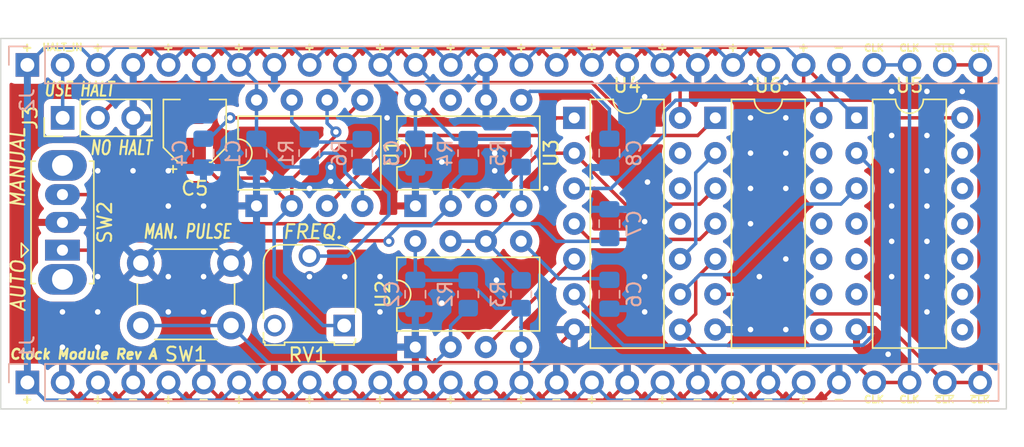
<source format=kicad_pcb>
(kicad_pcb (version 20211014) (generator pcbnew)
  (layers (0 "F.Cu" signal) (31 "B.Cu" signal) (34 "B.Paste" user) (35 "F.Paste" user) (36 "B.SilkS" user "B.Silkscreen") (37 "F.SilkS" user "F.Silkscreen") (38 "B.Mask" user) (39 "F.Mask" user) (44 "Edge.Cuts" user))
  (net 0 "")
  (net 1 "VCC")
  (net 2 "GND")
  (net 3 "Net-(C4-Pad1)")
  (net 4 "Net-(C5-Pad1)")
  (net 5 "Net-(C6-Pad1)")
  (net 6 "Net-(C7-Pad1)")
  (net 7 "Net-(C8-Pad1)")
  (net 8 "Net-(R1-Pad2)")
  (net 9 "Net-(R2-Pad2)")
  (net 10 "Net-(R4-Pad2)")
  (net 11 "Net-(R5-Pad2)")
  (net 12 "Net-(R6-Pad2)")
  (net 13 "/ASTABLE_OUT")
  (net 14 "/MONOSTABLE_OUT")
  (net 15 "/BISTABLE_OUT")
  (net 17 "Net-(U4-Pad3)")
  (net 18 "Net-(U4-Pad4)")
  (net 19 "Net-(U4-Pad6)")
  (net 20 "/CLK")
  (net 21 "Net-(U4-Pad9)")
  (net 22 "Net-(U4-Pad10)")
  (net 35 "/HALT_INPUT")
  (net 36 "/~{CLK}")
  (net 44 "Net-(U6-Pad1)")
  (footprint "Package_DIP:DIP-8_W7.62mm" (layer "F.Cu") (at 96.53 53.33 90)
    (fp_text reference "U3")
    (fp_text value "NE555P" hide)
  )
  (footprint "Package_DIP:DIP-14_W7.62mm" (layer "F.Cu") (at 128.28 46.99)
    (fp_text reference "U5")
    (fp_text value "74LS32" hide)
  )
  (footprint "Potentiometer_THT:Potentiometer_Runtron_RM-065_Vertical" (layer "F.Cu") (at 91.4 61.94 180)
    (fp_text reference "RV1")
    (fp_text value "1M" hide)
  )
  (footprint "Connector_PinHeader_2.54mm:PinHeader_1x03_P2.54mm_Vertical" (layer "F.Cu") (at 71.135 46.99 90)
    (fp_text reference "J3")
    (fp_text value "Conn_01x03")
  )
  (footprint "Capacitor_SMD:CP_Elec_4x5.4" (layer "F.Cu") (at 80.645 47.9298 90)
    (fp_text reference "C5")
    (fp_text value "1u" hide)
  )
  (footprint "Button_Switch_THT:SW_Slide_1P2T_CK_OS102011MS2Q" (layer "F.Cu") (at 71.12 56.515 90)
    (fp_text reference "SW2")
    (fp_text value "SW_SPDT" hide)
  )
  (footprint "Package_DIP:DIP-14_W7.62mm" (layer "F.Cu") (at 118.12 46.99)
    (fp_text reference "U6")
    (fp_text value "74LS04" hide)
  )
  (footprint "Package_DIP:DIP-8_W7.62mm" (layer "F.Cu") (at 85.09 53.33 90)
    (fp_text reference "U1")
    (fp_text value "NE555P" hide)
  )
  (footprint "Button_Switch_THT:SW_PUSH_6mm" (layer "F.Cu") (at 76.76 57.44)
    (fp_text reference "SW1")
    (fp_text value "SW_Push" hide)
  )
  (footprint "Package_DIP:DIP-8_W7.62mm" (layer "F.Cu") (at 96.52 63.49 90)
    (fp_text reference "U2")
    (fp_text value "NE555P" hide)
  )
  (footprint "Package_DIP:DIP-14_W7.62mm" (layer "F.Cu") (at 107.96 46.995)
    (fp_text reference "U4")
    (fp_text value "74LS08" hide)
  )
  (footprint "Resistor_SMD:R_0805_2012Metric_Pad1.20x1.40mm_HandSolder" (layer "B.Cu") (at 92.7 49.53 -90)
    (fp_text reference "R6")
    (fp_text value "1k" hide)
  )
  (footprint "Capacitor_SMD:C_0805_2012Metric_Pad1.18x1.45mm_HandSolder" (layer "B.Cu") (at 110.49 59.69 -90)
    (fp_text reference "C6")
    (fp_text value "10n" hide)
  )
  (footprint "Capacitor_SMD:C_0805_2012Metric_Pad1.18x1.45mm_HandSolder" (layer "B.Cu") (at 81.27 49.53 -90)
    (fp_text reference "C4")
    (fp_text value "10n" hide)
  )
  (footprint "Capacitor_SMD:C_0805_2012Metric_Pad1.18x1.45mm_HandSolder" (layer "B.Cu") (at 85.08 49.53 -90)
    (fp_text reference "C1")
    (fp_text value "100n" hide)
  )
  (footprint "Resistor_SMD:R_0805_2012Metric_Pad1.20x1.40mm_HandSolder" (layer "B.Cu") (at 100.33 49.53 -90)
    (fp_text reference "R4")
    (fp_text value "1k" hide)
  )
  (footprint "Capacitor_SMD:C_0805_2012Metric_Pad1.18x1.45mm_HandSolder" (layer "B.Cu") (at 110.49 49.53 -90)
    (fp_text reference "C8")
    (fp_text value "10n" hide)
  )
  (footprint "Resistor_SMD:R_0805_2012Metric_Pad1.20x1.40mm_HandSolder" (layer "B.Cu") (at 100.33 59.69 -90)
    (fp_text reference "R2")
    (fp_text value "1k" hide)
  )
  (footprint "Capacitor_SMD:C_0805_2012Metric_Pad1.18x1.45mm_HandSolder" (layer "B.Cu") (at 96.52 59.69 -90)
    (fp_text reference "C2")
    (fp_text value "100n" hide)
  )
  (footprint "Resistor_SMD:R_0805_2012Metric_Pad1.20x1.40mm_HandSolder" (layer "B.Cu") (at 104.14 49.53 -90)
    (fp_text reference "R5")
    (fp_text value "1k" hide)
  )
  (footprint "Connector_PinHeader_2.54mm:PinHeader_1x28_P2.54mm_Vertical" (layer "B.Cu") (at 68.595 66.04 -90)
    (fp_text reference "J1")
    (fp_text value "Conn_01x28")
  )
  (footprint "Connector_PinHeader_2.54mm:PinHeader_1x28_P2.54mm_Vertical" (layer "B.Cu") (at 68.595 43.18 -90)
    (fp_text reference "J2")
    (fp_text value "Conn_01x28")
  )
  (footprint "Resistor_SMD:R_0805_2012Metric_Pad1.20x1.40mm_HandSolder" (layer "B.Cu") (at 88.89 49.53 90)
    (fp_text reference "R1")
    (fp_text value "1k" hide)
  )
  (footprint "Resistor_SMD:R_0805_2012Metric_Pad1.20x1.40mm_HandSolder" (layer "B.Cu") (at 104.14 59.69 90)
    (fp_text reference "R3")
    (fp_text value "1M" hide)
  )
  (footprint "Capacitor_SMD:C_0805_2012Metric_Pad1.18x1.45mm_HandSolder" (layer "B.Cu") (at 110.49 54.61 90)
    (fp_text reference "C7")
    (fp_text value "10n" hide)
  )
  (footprint "Capacitor_SMD:C_0805_2012Metric_Pad1.18x1.45mm_HandSolder" (layer "B.Cu") (at 96.52 49.53 -90)
    (fp_text reference "C3")
    (fp_text value "100n" hide)
  )
  (gr_rect (start 66.675 41.275) (end 139.065 67.945) (layer "Edge.Cuts") (width 0.1) (fill none))
  (gr_text "-" (at 127 41.91) (layer "F.SilkS") (effects (font (size 0.6 0.6))))
  (gr_text "~{CLK}" (at 137.16 67.31) (layer "F.SilkS") (effects (font (size 0.4 0.5) (thickness 0.1))))
  (gr_text "-" (at 116.845 67.25) (layer "F.SilkS") (effects (font (size 0.6 0.6))))
  (gr_text "-" (at 111.765 67.25) (layer "F.SilkS") (effects (font (size 0.6 0.6))))
  (gr_text "-" (at 111.76 41.91) (layer "F.SilkS") (effects (font (size 0.6 0.6))))
  (gr_text "USE HALT" (at 72.3138 44.9326) (layer "F.SilkS") (effects (font (size 1 0.7) (thickness 0.15) italic)))
  (gr_text "+" (at 68.58 67.2338) (layer "F.SilkS") (effects (font (size 0.6 0.6))))
  (gr_text "+" (at 124.46 41.91) (layer "F.SilkS") (effects (font (size 0.6 0.6))))
  (gr_text "CLK" (at 129.54 67.2592) (layer "F.SilkS") (effects (font (size 0.5 0.5) (thickness 0.125))))
  (gr_text "+" (at 78.74 41.91) (layer "F.SilkS") (effects (font (size 0.6 0.6))))
  (gr_text "+" (at 109.22 67.2338) (layer "F.SilkS") (effects (font (size 0.6 0.6))))
  (gr_text "~{CLK}" (at 134.62 42.0116) (layer "F.SilkS") (effects (font (size 0.4 0.5) (thickness 0.1))))
  (gr_text "-" (at 86.36 41.91) (layer "F.SilkS") (effects (font (size 0.6 0.6))))
  (gr_text "-" (at 76.2 41.91) (layer "F.SilkS") (effects (font (size 0.6 0.6))))
  (gr_text "+" (at 73.66 41.91) (layer "F.SilkS") (effects (font (size 0.6 0.6))))
  (gr_text "-" (at 96.525 67.25) (layer "F.SilkS") (effects (font (size 0.6 0.6))))
  (gr_text "-" (at 101.605 67.25) (layer "F.SilkS") (effects (font (size 0.6 0.6))))
  (gr_text "CLK" (at 132.08 41.9608) (layer "F.SilkS") (effects (font (size 0.5 0.5) (thickness 0.125))))
  (gr_text "+" (at 93.98 41.91) (layer "F.SilkS") (effects (font (size 0.6 0.6))))
  (gr_text "-" (at 81.285 67.25) (layer "F.SilkS") (effects (font (size 0.6 0.6))))
  (gr_text "-" (at 106.685 67.25) (layer "F.SilkS") (effects (font (size 0.6 0.6))))
  (gr_text "+" (at 119.38 67.2338) (layer "F.SilkS") (effects (font (size 0.6 0.6))))
  (gr_text "-" (at 86.365 67.25) (layer "F.SilkS") (effects (font (size 0.6 0.6))))
  (gr_text "+" (at 104.14 41.91) (layer "F.SilkS") (effects (font (size 0.6 0.6))))
  (gr_text "+" (at 68.58 41.91) (layer "F.SilkS") (effects (font (size 0.6 0.6))))
  (gr_text "-" (at 101.6 41.91) (layer "F.SilkS") (effects (font (size 0.6 0.6))))
  (gr_text "+" (at 88.9 67.2338) (layer "F.SilkS") (effects (font (size 0.6 0.6))))
  (gr_text "-" (at 71.125 67.25) (layer "F.SilkS") (effects (font (size 0.6 0.6))))
  (gr_text "+" (at 99.06 41.91) (layer "F.SilkS") (effects (font (size 0.6 0.6))))
  (gr_text "-" (at 127.005 67.25) (layer "F.SilkS") (effects (font (size 0.6 0.6))))
  (gr_text "-" (at 91.44 41.91) (layer "F.SilkS") (effects (font (size 0.6 0.6))))
  (gr_text "+" (at 83.82 41.91) (layer "F.SilkS") (effects (font (size 0.6 0.6))))
  (gr_text "+" (at 99.06 67.2338) (layer "F.SilkS") (effects (font (size 0.6 0.6))))
  (gr_text "HALT_IN" (at 71.12 41.91) (layer "F.SilkS") (effects (font (size 0.5 0.5) (thickness 0.125))))
  (gr_text "-" (at 76.205 67.25) (layer "F.SilkS") (effects (font (size 0.6 0.6))))
  (gr_text "-" (at 81.28 41.91) (layer "F.SilkS") (effects (font (size 0.6 0.6))))
  (gr_text "+" (at 114.3 67.2338) (layer "F.SilkS") (effects (font (size 0.6 0.6))))
  (gr_text "+" (at 73.66 67.2338) (layer "F.SilkS") (effects (font (size 0.6 0.6))))
  (gr_text "AUTO" (at 67.945 59.055 90) (layer "F.SilkS") (effects (font (size 1 1) (thickness 0.15) italic)))
  (gr_text "+" (at 104.14 67.2338) (layer "F.SilkS") (effects (font (size 0.6 0.6))))
  (gr_text "MANUAL" (at 67.9196 50.5714 90) (layer "F.SilkS") (effects (font (size 1 1) (thickness 0.15) italic)))
  (gr_text "-" (at 91.445 67.25) (layer "F.SilkS") (effects (font (size 0.6 0.6))))
  (gr_text "+" (at 109.22 41.91) (layer "F.SilkS") (effects (font (size 0.6 0.6))))
  (gr_text "+" (at 83.82 67.2338) (layer "F.SilkS") (effects (font (size 0.6 0.6))))
  (gr_text "CLK" (at 129.54 41.9608) (layer "F.SilkS") (effects (font (size 0.5 0.5) (thickness 0.125))))
  (gr_text "+" (at 119.38 41.91) (layer "F.SilkS") (effects (font (size 0.6 0.6))))
  (gr_text "CLK" (at 132.08 67.2592) (layer "F.SilkS") (effects (font (size 0.5 0.5) (thickness 0.125))))
  (gr_text "-" (at 96.52 41.91) (layer "F.SilkS") (effects (font (size 0.6 0.6))))
  (gr_text "Clock Module Rev A" (at 72.644 64.008) (layer "F.SilkS") (effects (font (size 0.7 0.7) (thickness 0.175) italic)))
  (gr_text "-" (at 121.92 41.91) (layer "F.SilkS") (effects (font (size 0.6 0.6))))
  (gr_text "+" (at 124.46 67.2338) (layer "F.SilkS") (effects (font (size 0.6 0.6))))
  (gr_text "-" (at 106.68 41.91) (layer "F.SilkS") (effects (font (size 0.6 0.6))))
  (gr_text "~{CLK}" (at 134.62 67.31) (layer "F.SilkS") (effects (font (size 0.4 0.5) (thickness 0.1))))
  (gr_text "+" (at 78.74 67.2338) (layer "F.SilkS") (effects (font (size 0.6 0.6))))
  (gr_text "MAN. PULSE" (at 80.1 55.175) (layer "F.SilkS") (effects (font (size 1 0.7) (thickness 0.15) italic)))
  (gr_text "+" (at 114.3 41.91) (layer "F.SilkS") (effects (font (size 0.6 0.6))))
  (gr_text "+" (at 93.98 67.2338) (layer "F.SilkS") (effects (font (size 0.6 0.6))))
  (gr_text "-" (at 121.925 67.25) (layer "F.SilkS") (effects (font (size 0.6 0.6))))
  (gr_text "~{CLK}" (at 137.16 42.0116) (layer "F.SilkS") (effects (font (size 0.4 0.5) (thickness 0.1))))
  (gr_text "FREQ." (at 89.1286 55.1942) (layer "F.SilkS") (effects (font (size 1 1) (thickness 0.15) italic)))
  (gr_text "NO HALT" (at 75.3364 49.149) (layer "F.SilkS") (effects (font (size 1 0.7) (thickness 0.15) italic)))
  (gr_text "-" (at 116.84 41.91) (layer "F.SilkS") (effects (font (size 0.6 0.6))))
  (gr_text "+" (at 88.9 41.91) (layer "F.SilkS") (effects (font (size 0.6 0.6))))
  (segment (start 125.74 45.73) (end 124.46 44.45) (width 0.25) (layer "F.Cu") (net 1))
  (segment (start 115.58 46.995) (end 115.58 44.445) (width 0.25) (layer "F.Cu") (net 1))
  (segment (start 115.58 44.445) (end 114.315 43.18) (width 0.25) (layer "F.Cu") (net 1))
  (segment (start 135.9 46.99) (end 130.81 46.99) (width 0.25) (layer "F.Cu") (net 1))
  (segment (start 125.74 46.99) (end 125.74 45.73) (width 0.25) (layer "F.Cu") (net 1))
  (segment (start 124.46 44.45) (end 124.475 44.435) (width 0.25) (layer "F.Cu") (net 1))
  (segment (start 129.54 45.72) (end 127.015 45.72) (width 0.25) (layer "F.Cu") (net 1))
  (segment (start 124.475 44.435) (end 124.475 43.18) (width 0.25) (layer "F.Cu") (net 1))
  (segment (start 130.81 46.99) (end 129.54 45.72) (width 0.25) (layer "F.Cu") (net 1))
  (segment (start 127.015 45.72) (end 124.475 43.18) (width 0.25) (layer "F.Cu") (net 1))
  (segment (start 68.595 43.18) (end 69.865 41.91) (width 0.25) (layer "B.Cu") (net 1))
  (segment (start 92.71 52.152493) (end 92.71 53.33) (width 0.25) (layer "B.Cu") (net 1))
  (segment (start 96.53 45.71) (end 94 43.18) (width 0.25) (layer "B.Cu") (net 1))
  (segment (start 93.995 66.04) (end 95.265 67.31) (width 0.25) (layer "B.Cu") (net 1))
  (segment (start 114.315 66.04) (end 115.585 67.31) (width 0.25) (layer "B.Cu") (net 1))
  (segment (start 85.09 48.4825) (end 85.09 45.71) (width 0.25) (layer "B.Cu") (net 1))
  (segment (start 82.565 67.31) (end 83.835 66.04) (width 0.25) (layer "B.Cu") (net 1))
  (segment (start 99.075 43.18) (end 100.345 41.91) (width 0.25) (layer "B.Cu") (net 1))
  (segment (start 99.075 66.04) (end 100.345 67.31) (width 0.25) (layer "B.Cu") (net 1))
  (segment (start 92.725 67.31) (end 93.995 66.04) (width 0.25) (layer "B.Cu") (net 1))
  (segment (start 100.33 48.53) (end 99.35 48.53) (width 0.25) (layer "B.Cu") (net 1))
  (segment (start 90.805 49.53) (end 91.44 50.165) (width 0.25) (layer "B.Cu") (net 1))
  (segment (start 85.09 45.71) (end 85.09 44.435) (width 0.25) (layer "B.Cu") (net 1))
  (segment (start 93.995 43.18) (end 95.25 41.925) (width 0.25) (layer "B.Cu") (net 1))
  (segment (start 91.44 50.882492) (end 92.71 52.152493) (width 0.25) (layer "B.Cu") (net 1))
  (segment (start 74.945 67.31) (end 77.485 67.31) (width 0.25) (layer "B.Cu") (net 1))
  (segment (start 94 43.18) (end 93.995 43.18) (width 0.25) (layer "B.Cu") (net 1))
  (segment (start 95.265 67.31) (end 97.805 67.31) (width 0.25) (layer "B.Cu") (net 1))
  (segment (start 99.35 48.53) (end 96.53 45.71) (width 0.25) (layer "B.Cu") (net 1))
  (segment (start 109.235 43.18) (end 110.49 41.925) (width 0.25) (layer "B.Cu") (net 1))
  (segment (start 88.915 43.18) (end 90.185 41.91) (width 0.25) (layer "B.Cu") (net 1))
  (segment (start 120.665 41.91) (end 123.205 41.91) (width 0.25) (layer "B.Cu") (net 1))
  (segment (start 88.89 50.53) (end 87.1175 50.53) (width 0.25) (layer "B.Cu") (net 1))
  (segment (start 113.045 67.31) (end 114.315 66.04) (width 0.25) (layer "B.Cu") (net 1))
  (segment (start 102.33 60.69) (end 104.14 60.69) (width 0.25) (layer "B.Cu") (net 1))
  (segment (start 104.14 63.49) (end 104.14 60.69) (width 0.25) (layer "B.Cu") (net 1))
  (segment (start 80.025 67.31) (end 82.565 67.31) (width 0.25) (layer "B.Cu") (net 1))
  (segment (start 104.155 63.505) (end 104.14 63.49) (width 0.25) (layer "B.Cu") (net 1))
  (segment (start 85.105 67.31) (end 87.645 67.31) (width 0.25) (layer "B.Cu") (net 1))
  (segment (start 74.93 41.91) (end 77.485 41.91) (width 0.25) (layer "B.Cu") (net 1))
  (segment (start 80.01 41.91) (end 82.565 41.91) (width 0.25) (layer "B.Cu") (net 1))
  (segment (start 69.865 41.91) (end 72.405 41.91) (width 0.25) (layer "B.Cu") (net 1))
  (segment (start 113.045 41.91) (end 114.315 43.18) (width 0.25) (layer "B.Cu") (net 1))
  (segment (start 96.52 48.4925) (end 96.53 48.4825) (width 0.25) (layer "B.Cu") (net 1))
  (segment (start 72.405 41.91) (end 73.675 43.18) (width 0.25) (layer "B.Cu") (net 1))
  (segment (start 82.565 41.91) (end 83.835 43.18) (width 0.25) (layer "B.Cu") (net 1))
  (segment (start 85.09 41.91) (end 87.645 41.91) (width 0.25) (layer "B.Cu") (net 1))
  (segment (start 100.33 58.69) (end 102.33 60.69) (width 0.25) (layer "B.Cu") (net 1))
  (segment (start 68.595 43.18) (end 68.595 66.04) (width 0.5) (layer "B.Cu") (net 1))
  (segment (start 90.185 41.91) (end 92.725 41.91) (width 0.25) (layer "B.Cu") (net 1))
  (segment (start 102.885 67.31) (end 104.155 66.04) (width 0.25) (layer "B.Cu") (net 1))
  (segment (start 114.315 43.18) (end 115.585 41.91) (width 0.25) (layer "B.Cu") (net 1))
  (segment (start 90.185 67.31) (end 92.725 67.31) (width 0.25) (layer "B.Cu") (net 1))
  (segment (start 96.5575 58.69) (end 96.52 58.6525) (width 0.25) (layer "B.Cu") (net 1))
  (segment (start 85.09 41.925) (end 85.09 41.91) (width 0.25) (layer "B.Cu") (net 1))
  (segment (start 115.585 67.31) (end 118.125 67.31) (width 0.25) (layer "B.Cu") (net 1))
  (segment (start 80.01 41.925) (end 80.01 41.91) (width 0.25) (layer "B.Cu") (net 1))
  (segment (start 109.235 66.04) (end 110.505 67.31) (width 0.25) (layer "B.Cu") (net 1))
  (segment (start 107.965 67.31) (end 109.235 66.04) (width 0.25) (layer "B.Cu") (net 1))
  (segment (start 104.155 43.18) (end 105.425 41.91) (width 0.25) (layer "B.Cu") (net 1))
  (segment (start 118.125 67.31) (end 119.395 66.04) (width 0.25) (layer "B.Cu") (net 1))
  (segment (start 119.395 43.18) (end 120.665 41.91) (width 0.25) (layer "B.Cu") (net 1))
  (segment (start 105.425 41.91) (end 107.965 41.91) (width 0.25) (layer "B.Cu") (net 1))
  (segment (start 73.675 43.18) (end 74.93 41.925) (width 0.25) (layer "B.Cu") (net 1))
  (segment (start 123.205 67.31) (end 124.475 66.04) (width 0.25) (layer "B.Cu") (net 1))
  (segment (start 110.505 67.31) (end 113.045 67.31) (width 0.25) (layer "B.Cu") (net 1))
  (segment (start 68.595 66.04) (end 69.865 67.31) (width 0.25) (layer "B.Cu") (net 1))
  (segment (start 97.805 67.31) (end 99.075 66.04) (width 0.25) (layer "B.Cu") (net 1))
  (segment (start 104.155 66.04) (end 105.425 67.31) (width 0.25) (layer "B.Cu") (net 1))
  (segment (start 77.485 41.91) (end 78.755 43.18) (width 0.25) (layer "B.Cu") (net 1))
  (segment (start 102.885 41.91) (end 104.155 43.18) (width 0.25) (layer "B.Cu") (net 1))
  (segment (start 95.25 41.91) (end 97.805 41.91) (width 0.25) (layer "B.Cu") (net 1))
  (segment (start 118.125 41.91) (end 119.395 43.18) (width 0.25) (layer "B.Cu") (net 1))
  (segment (start 74.93 41.925) (end 74.93 41.91) (width 0.25) (layer "B.Cu") (net 1))
  (segment (start 107.965 41.91) (end 109.235 43.18) (width 0.25) (layer "B.Cu") (net 1))
  (segment (start 92.725 41.91) (end 93.995 43.18) (width 0.25) (layer "B.Cu") (net 1))
  (segment (start 100.345 67.31) (end 102.885 67.31) (width 0.25) (layer "B.Cu") (net 1))
  (segment (start 120.665 67.31) (end 123.205 67.31) (width 0.25) (layer "B.Cu") (net 1))
  (segment (start 88.89 50.53) (end 89.89 49.53) (width 0.25) (layer "B.Cu") (net 1))
  (segment (start 97.805 41.91) (end 99.075 43.18) (width 0.25) (layer "B.Cu") (net 1))
  (segment (start 110.49 41.91) (end 113.045 41.91) (width 0.25) (layer "B.Cu") (net 1))
  (segment (start 77.485 67.31) (end 78.755 66.04) (width 0.25) (layer "B.Cu") (net 1))
  (segment (start 123.205 41.91) (end 124.475 43.18) (width 0.25) (layer "B.Cu") (net 1))
  (segment (start 85.08 48.4925) (end 85.09 48.4825) (width 0.25) (layer "B.Cu") (net 1))
  (segment (start 69.865 67.31) (end 72.405 67.31) (width 0.25) (layer "B.Cu") (net 1))
  (segment (start 104.14 48.53) (end 100.33 48.53) (width 0.25) (layer "B.Cu") (net 1))
  (segment (start 104.155 66.04) (end 104.155 63.505) (width 0.25) (layer "B.Cu") (net 1))
  (segment (start 119.395 66.04) (end 120.665 67.31) (width 0.25) (layer "B.Cu") (net 1))
  (segment (start 78.755 43.18) (end 80.01 41.925) (width 0.25) (layer "B.Cu") (net 1))
  (segment (start 100.33 58.69) (end 96.5575 58.69) (width 0.25) (layer "B.Cu") (net 1))
  (segment (start 100.345 41.91) (end 102.885 41.91) (width 0.25) (layer "B.Cu") (net 1))
  (segment (start 87.645 41.91) (end 88.915 43.18) (width 0.25) (layer "B.Cu") (net 1))
  (segment (start 91.44 50.165) (end 91.44 50.882492) (width 0.25) (layer "B.Cu") (net 1))
  (segment (start 105.425 67.31) (end 107.965 67.31) (width 0.25) (layer "B.Cu") (net 1))
  (segment (start 78.755 66.04) (end 80.025 67.31) (width 0.25) (layer "B.Cu") (net 1))
  (segment (start 95.25 41.925) (end 95.25 41.91) (width 0.25) (layer "B.Cu") (net 1))
  (segment (start 88.915 66.04) (end 90.185 67.31) (width 0.25) (layer "B.Cu") (net 1))
  (segment (start 72.405 67.31) (end 73.675 66.04) (width 0.25) (layer "B.Cu") (net 1))
  (segment (start 87.1175 50.53) (end 85.08 48.4925) (width 0.25) (layer "B.Cu") (net 1))
  (segment (start 83.835 66.04) (end 85.105 67.31) (width 0.25) (layer "B.Cu") (net 1))
  (segment (start 83.835 43.18) (end 85.09 41.925) (width 0.25) (layer "B.Cu") (net 1))
  (segment (start 110.49 41.925) (end 110.49 41.91) (width 0.25) (layer "B.Cu") (net 1))
  (segment (start 85.09 44.435) (end 83.835 43.18) (width 0.25) (layer "B.Cu") (net 1))
  (segment (start 96.53 48.4825) (end 96.53 45.71) (width 0.25) (layer "B.Cu") (net 1))
  (segment (start 73.675 66.04) (end 74.945 67.31) (width 0.25) (layer "B.Cu") (net 1))
  (segment (start 87.645 67.31) (end 88.915 66.04) (width 0.25) (layer "B.Cu") (net 1))
  (segment (start 115.585 41.91) (end 118.125 41.91) (width 0.25) (layer "B.Cu") (net 1))
  (segment (start 96.52 55.87) (end 96.52 58.6525) (width 0.25) (layer "B.Cu") (net 1))
  (segment (start 89.89 49.53) (end 90.805 49.53) (width 0.25) (layer "B.Cu") (net 1))
  (segment (start 123.19 67.31) (end 123.19 67.295) (width 0.25) (layer "F.Cu") (net 2))
  (segment (start 105.520489 42.005489) (end 102.789511 42.005489) (width 0.25) (layer "F.Cu") (net 2))
  (segment (start 125.745 67.31) (end 123.19 67.31) (width 0.25) (layer "F.Cu") (net 2))
  (segment (start 120.665 41.91) (end 121.935 43.18) (width 0.25) (layer "F.Cu") (net 2))
  (segment (start 106.695 43.18) (end 105.520489 42.005489) (width 0.25) (layer "F.Cu") (net 2))
  (segment (start 116.855 43.18) (end 118.11 41.925) (width 0.25) (layer "F.Cu") (net 2))
  (segment (start 86.375 66.04) (end 85.105 67.31) (width 0.25) (layer "F.Cu") (net 2))
  (segment (start 96.535 66.04) (end 95.265 67.31) (width 0.25) (layer "F.Cu") (net 2))
  (segment (start 111.775 66.04) (end 110.505 67.31) (width 0.25) (layer "F.Cu") (net 2))
  (segment (start 107.965 67.31) (end 106.695 66.04) (width 0.25) (layer "F.Cu") (net 2))
  (segment (start 121.935 66.04) (end 120.665 67.31) (width 0.25) (layer "F.Cu") (net 2))
  (segment (start 82.469511 42.005489) (end 81.295 43.18) (width 0.25) (layer "F.Cu") (net 2))
  (segment (start 87.63 67.295) (end 86.375 66.04) (width 0.25) (layer "F.Cu") (net 2))
  (segment (start 91.455 43.18) (end 92.629511 42.005489) (width 0.25) (layer "F.Cu") (net 2))
  (segment (start 102.789511 42.005489) (end 101.615 43.18) (width 0.25) (layer "F.Cu") (net 2))
  (segment (start 105.580489 64.614511) (end 107.96 62.235) (width 0.25) (layer "F.Cu") (net 2))
  (segment (start 111.775 43.18) (end 112.949511 42.005489) (width 0.25) (layer "F.Cu") (net 2))
  (segment (start 105.425 67.31) (end 102.885 67.31) (width 0.25) (layer "F.Cu") (net 2))
  (segment (start 85.105 67.31) (end 82.565 67.31) (width 0.25) (layer "F.Cu") (net 2))
  (segment (start 118.11 41.91) (end 120.665 41.91) (width 0.25) (layer "F.Cu") (net 2))
  (segment (start 74.945 67.31) (end 72.39 67.31) (width 0.25) (layer "F.Cu") (net 2))
  (segment (start 72.39 67.295) (end 71.135 66.04) (width 0.25) (layer "F.Cu") (net 2))
  (segment (start 76.215 66.04) (end 74.945 67.31) (width 0.25) (layer "F.Cu") (net 2))
  (segment (start 95.360489 42.005489) (end 96.535 43.18) (width 0.25) (layer "F.Cu") (net 2))
  (segment (start 120.665 67.31) (end 118.125 67.31) (width 0.25) (layer "F.Cu") (net 2))
  (segment (start 106.695 66.04) (end 105.425 67.31) (width 0.25) (layer "F.Cu") (net 2))
  (segment (start 81.295 66.04) (end 80.025 67.31) (width 0.25) (layer "F.Cu") (net 2))
  (segment (start 86.375 43.18) (end 85.200489 42.005489) (width 0.25) (layer "F.Cu") (net 2))
  (segment (start 96.52 63.49) (end 97.644511 64.614511) (width 0.25) (layer "F.Cu") (net 2))
  (segment (start 110.505 67.31) (end 107.965 67.31) (width 0.25) (layer "F.Cu") (net 2))
  (segment (start 91.455 66.04) (end 90.185 67.31) (width 0.25) (layer "F.Cu") (net 2))
  (segment (start 90.185 67.31) (end 87.63 67.31) (width 0.25) (layer "F.Cu") (net 2))
  (segment (start 111.775 43.18) (end 110.600489 42.005489) (width 0.25) (layer "F.Cu") (net 2))
  (segment (start 115.585 67.31) (end 113.045 67.31) (width 0.25) (layer "F.Cu") (net 2))
  (segment (start 90.280489 42.005489) (end 87.549511 42.005489) (width 0.25) (layer "F.Cu") (net 2))
  (segment (start 116.855 66.04) (end 115.585 67.31) (width 0.25) (layer "F.Cu") (net 2))
  (segment (start 107.869511 42.005489) (end 106.695 43.18) (width 0.25) (layer "F.Cu") (net 2))
  (segment (start 77.485 67.31) (end 76.215 66.04) (width 0.25) (layer "F.Cu") (net 2))
  (segment (start 82.565 67.31) (end 81.295 66.04) (width 0.25) (layer "F.Cu") (net 2))
  (segment (start 97.644511 64.614511) (end 105.580489 64.614511) (width 0.25) (layer "F.Cu") (net 2))
  (segment (start 76.215 43.18) (end 77.389511 42.005489) (width 0.25) (layer "F.Cu") (net 2))
  (segment (start 77.389511 42.005489) (end 80.120489 42.005489) (width 0.25) (layer "F.Cu") (net 2))
  (segment (start 92.629511 42.005489) (end 95.360489 42.005489) (width 0.25) (layer "F.Cu") (net 2))
  (segment (start 100.345 67.31) (end 97.805 67.31) (width 0.25) (layer "F.Cu") (net 2))
  (segment (start 101.615 66.04) (end 100.345 67.31) (width 0.25) (layer "F.Cu") (net 2))
  (segment (start 72.39 67.31) (end 72.39 67.295) (width 0.25) (layer "F.Cu") (net 2))
  (segment (start 87.549511 42.005489) (end 86.375 43.18) (width 0.25) (layer "F.Cu") (net 2))
  (segment (start 123.19 67.295) (end 121.935 66.04) (width 0.25) (layer "F.Cu") (net 2))
  (segment (start 92.725 67.31) (end 91.455 66.04) (width 0.25) (layer "F.Cu") (net 2))
  (segment (start 85.200489 42.005489) (end 82.469511 42.005489) (width 0.25) (layer "F.Cu") (net 2))
  (segment (start 101.615 43.18) (end 100.440489 42.005489) (width 0.25) (layer "F.Cu") (net 2))
  (segment (start 115.680489 42.005489) (end 116.855 43.18) (width 0.25) (layer "F.Cu") (net 2))
  (segment (start 100.440489 42.005489) (end 97.709511 42.005489) (width 0.25) (layer "F.Cu") (net 2))
  (segment (start 95.265 67.31) (end 92.725 67.31) (width 0.25) (layer "F.Cu") (net 2))
  (segment (start 97.805 67.31) (end 96.535 66.04) (width 0.25) (layer "F.Cu") (net 2))
  (segment (start 113.045 67.31) (end 111.775 66.04) (width 0.25) (layer "F.Cu") (net 2))
  (segment (start 110.600489 42.005489) (end 107.869511 42.005489) (width 0.25) (layer "F.Cu") (net 2))
  (segment (start 87.63 67.31) (end 87.63 67.295) (width 0.25) (layer "F.Cu") (net 2))
  (segment (start 80.120489 42.005489) (end 81.295 43.18) (width 0.25) (layer "F.Cu") (net 2))
  (segment (start 112.949511 42.005489) (end 115.680489 42.005489) (width 0.25) (layer "F.Cu") (net 2))
  (segment (start 102.885 67.31) (end 101.615 66.04) (width 0.25) (layer "F.Cu") (net 2))
  (segment (start 118.125 67.31) (end 116.855 66.04) (width 0.25) (layer "F.Cu") (net 2))
  (segment (start 91.455 43.18) (end 90.280489 42.005489) (width 0.25) (layer "F.Cu") (net 2))
  (segment (start 80.025 67.31) (end 77.485 67.31) (width 0.25) (layer "F.Cu") (net 2))
  (segment (start 118.11 41.925) (end 118.11 41.91) (width 0.25) (layer "F.Cu") (net 2))
  (segment (start 97.709511 42.005489) (end 96.535 43.18) (width 0.25) (layer "F.Cu") (net 2))
  (segment (start 127.015 66.04) (end 125.745 67.31) (width 0.25) (layer "F.Cu") (net 2))
  (via (at 130.81 58.42) (size 0.8) (drill 0.4) (layers "F.Cu" "B.Cu") (net 2))
  (via (at 130.81 48.26) (size 0.8) (drill 0.4) (layers "F.Cu" "B.Cu") (net 2))
  (via (at 113.2332 51.6128) (size 0.8) (drill 0.4) (layers "F.Cu" "B.Cu") (net 2))
  (via (at 94.488 46.99) (size 0.8) (drill 0.4) (layers "F.Cu" "B.Cu") (net 2))
  (via (at 113.03 45.466) (size 0.8) (drill 0.4) (layers "F.Cu" "B.Cu") (net 2))
  (via (at 120.65 52.07) (size 0.8) (drill 0.4) (layers "F.Cu" "B.Cu") (net 2))
  (via (at 90.424 50.546) (size 0.8) (drill 0.4) (layers "F.Cu" "B.Cu") (net 2))
  (via (at 88.9 58.42) (size 0.8) (drill 0.4) (layers "F.Cu" "B.Cu") (net 2))
  (via (at 102.362 58.674) (size 0.8) (drill 0.4) (layers "F.Cu" "B.Cu") (net 2))
  (via (at 102.235 50.8) (size 0.8) (drill 0.4) (layers "F.Cu" "B.Cu") (net 2))
  (via (at 93.98 60.96) (size 0.8) (drill 0.4) (layers "F.Cu" "B.Cu") (net 2))
  (via (at 102.235 49.53) (size 0.8) (drill 0.4) (layers "F.Cu" "B.Cu") (net 2))
  (via (at 105.918 52.07) (size 0.8) (drill 0.4) (layers "F.Cu" "B.Cu") (net 2))
  (via (at 133.35 58.42) (size 0.8) (drill 0.4) (layers "F.Cu" "B.Cu") (net 2))
  (via (at 71.12 60.96) (size 0.8) (drill 0.4) (layers "F.Cu" "B.Cu") (net 2))
  (via (at 81.28 53.34) (size 0.8) (drill 0.4) (layers "F.Cu" "B.Cu") (net 2))
  (via (at 81.28 60.96) (size 0.8) (drill 0.4) (layers "F.Cu" "B.Cu") (net 2))
  (via (at 121.285 58.42) (size 0.8) (drill 0.4) (layers "F.Cu" "B.Cu") (net 2))
  (via (at 78.74 53.34) (size 0.8) (drill 0.4) (layers "F.Cu" "B.Cu") (net 2))
  (via (at 130.81 53.34) (size 0.8) (drill 0.4) (layers "F.Cu" "B.Cu") (net 2))
  (via (at 71.12 63.5) (size 0.8) (drill 0.4) (layers "F.Cu" "B.Cu") (net 2))
  (via (at 78.74 58.42) (size 0.8) (drill 0.4) (layers "F.Cu" "B.Cu") (net 2))
  (via (at 130.81 45.085) (size 0.8) (drill 0.4) (layers "F.Cu" "B.Cu") (net 2))
  (via (at 123.19 46.99) (size 0.8) (drill 0.4) (layers "F.Cu" "B.Cu") (net 2))
  (via (at 90.424 51.562) (size 0.8) (drill 0.4) (layers "F.Cu" "B.Cu") (net 2))
  (via (at 120.65 44.45) (size 0.8) (drill 0.4) (layers "F.Cu" "B.Cu") (net 2))
  (via (at 120.65 54.61) (size 0.8) (drill 0.4) (layers "F.Cu" "B.Cu") (net 2))
  (via (at 133.35 55.88) (size 0.8) (drill 0.4) (layers "F.Cu" "B.Cu") (net 2))
  (via (at 113.03 54.4576) (size 0.8) (drill 0.4) (layers "F.Cu" "B.Cu") (net 2))
  (via (at 120.65 62.23) (size 0.8) (drill 0.4) (layers "F.Cu" "B.Cu") (net 2))
  (via (at 93.98 58.42) (size 0.8) (drill 0.4) (layers "F.Cu" "B.Cu") (net 2))
  (via (at 76.2 50.8) (size 0.8) (drill 0.4) (layers "F.Cu" "B.Cu") (net 2))
  (via (at 133.35 45.085) (size 0.8) (drill 0.4) (layers "F.Cu" "B.Cu") (net 2))
  (via (at 78.74 60.96) (size 0.8) (drill 0.4) (layers "F.Cu" "B.Cu") (net 2))
  (via (at 133.35 60.96) (size 0.8) (drill 0.4) (layers "F.Cu" "B.Cu") (net 2))
  (via (at 113.03 60.96) (size 0.8) (drill 0.4) (layers "F.Cu" "B.Cu") (net 2))
  (via (at 73.66 63.5) (size 0.8) (drill 0.4) (layers "F.Cu" "B.Cu") (net 2))
  (via (at 133.35 50.8) (size 0.8) (drill 0.4) (layers "F.Cu" "B.Cu") (net 2))
  (via (at 123.19 62.23) (size 0.8) (drill 0.4) (layers "F.Cu" "B.Cu") (net 2))
  (via (at 91.44 58.42) (size 0.8) (drill 0.4) (layers "F.Cu" "B.Cu") (net 2))
  (via (at 113.03 58.42) (size 0.8) (drill 0.4) (layers "F.Cu" "B.Cu") (net 2))
  (via (at 73.66 50.8) (size 0.8) (drill 0.4) (layers "F.Cu" "B.Cu") (net 2))
  (via (at 123.19 52.07) (size 0.8) (drill 0.4) (layers "F.Cu" "B.Cu") (net 2))
  (via (at 133.35 48.26) (size 0.8) (drill 0.4) (layers "F.Cu" "B.Cu") (net 2))
  (via (at 81.28 58.42) (size 0.8) (drill 0.4) (layers "F.Cu" "B.Cu") (net 2))
  (via (at 123.19 57.15) (size 0.8) (drill 0.4) (layers "F.Cu" "B.Cu") (net 2))
  (via (at 98.425 50.165) (size 0.8) (drill 0.4) (layers "F.Cu" "B.Cu") (net 2))
  (via (at 130.81 50.8) (size 0.8) (drill 0.4) (layers "F.Cu" "B.Cu") (net 2))
  (via (at 98.425 60.325) (size 0.8) (drill 0.4) (layers "F.Cu" "B.Cu") (net 2))
  (via (at 123.19 44.45) (size 0.8) (drill 0.4) (layers "F.Cu" "B.Cu") (net 2))
  (via (at 130.556 64.008) (size 0.8) (drill 0.4) (layers "F.Cu" "B.Cu") (net 2))
  (via (at 78.74 50.8) (size 0.8) (drill 0.4) (layers "F.Cu" "B.Cu") (net 2))
  (via (at 120.65 49.53) (size 0.8) (drill 0.4) (layers "F.Cu" "B.Cu") (net 2))
  (via (at 123.19 49.53) (size 0.8) (drill 0.4) (layers "F.Cu" "B.Cu") (net 2))
  (via (at 120.65 46.99) (size 0.8) (drill 0.4) (layers "F.Cu" "B.Cu") (net 2))
  (via (at 73.66 58.42) (size 0.8) (drill 0.4) (layers "F.Cu" "B.Cu") (net 2))
  (via (at 88.9 52.07) (size 0.8) (drill 0.4) (layers "F.Cu" "B.Cu") (net 2))
  (via (at 130.81 55.88) (size 0.8) (drill 0.4) (layers "F.Cu" "B.Cu") (net 2))
  (via (at 133.35 53.34) (size 0.8) (drill 0.4) (layers "F.Cu" "B.Cu") (net 2))
  (via (at 135.89 45.085) (size 0.8) (drill 0.4) (layers "F.Cu" "B.Cu") (net 2))
  (via (at 73.66 60.96) (size 0.8) (drill 0.4) (layers "F.Cu" "B.Cu") (net 2))
  (segment (start 110.49 50.5675) (end 111.775 49.2825) (width 0.25) (layer "B.Cu") (net 2))
  (segment (start 96.535 43.18) (end 97.805 44.45) (width 0.25) (layer "B.Cu") (net 2))
  (segment (start 97.805 44.45) (end 100.345 44.45) (width 0.25) (layer "B.Cu") (net 2))
  (segment (start 100.345 44.45) (end 101.615 43.18) (width 0.25) (layer "B.Cu") (net 2))
  (segment (start 111.775 49.2825) (end 111.775 43.18) (width 0.25) (layer "B.Cu") (net 2))
  (segment (start 91.43 46.99) (end 92.71 45.71) (width 0.25) (layer "F.Cu") (net 3))
  (segment (start 83.185 46.99) (end 91.43 46.99) (width 0.25) (layer "F.Cu") (net 3))
  (via (at 83.185 46.99) (size 0.8) (drill 0.4) (layers "F.Cu" "B.Cu") (net 3))
  (segment (start 81.6825 48.4925) (end 83.185 46.99) (width 0.25) (layer "B.Cu") (net 3))
  (segment (start 80.645 49.7298) (end 82.2452 51.33) (width 0.25) (layer "F.Cu") (net 4))
  (segment (start 85.63 51.33) (end 87.63 53.33) (width 0.25) (layer "F.Cu") (net 4))
  (segment (start 90.805 48.006) (end 90.805 48.26) (width 0.25) (layer "F.Cu") (net 4))
  (segment (start 82.2452 51.33) (end 85.63 51.33) (width 0.25) (layer "F.Cu") (net 4))
  (segment (start 90.805 48.26) (end 87.63 51.435) (width 0.25) (layer "F.Cu") (net 4))
  (segment (start 87.63 51.435) (end 87.63 53.33) (width 0.25) (layer "F.Cu") (net 4))
  (via (at 90.805 48.006) (size 0.8) (drill 0.4) (layers "F.Cu" "B.Cu") (net 4))
  (segment (start 89.88 61.94) (end 86.36 58.42) (width 0.25) (layer "B.Cu") (net 4))
  (segment (start 86.36 54.6) (end 87.63 53.33) (width 0.25) (layer "B.Cu") (net 4))
  (segment (start 91.4 61.94) (end 89.88 61.94) (width 0.25) (layer "B.Cu") (net 4))
  (segment (start 86.36 58.42) (end 86.36 54.6) (width 0.25) (layer "B.Cu") (net 4))
  (segment (start 90.17 45.71) (end 90.17 46.99) (width 0.25) (layer "B.Cu") (net 4))
  (segment (start 90.17 46.99) (end 90.17 47.371) (width 0.25) (layer "B.Cu") (net 4))
  (segment (start 90.17 47.371) (end 90.805 48.006) (width 0.25) (layer "B.Cu") (net 4))
  (segment (start 110.402989 58.565489) (end 106.835489 58.565489) (width 0.25) (layer "B.Cu") (net 5))
  (segment (start 106.835489 58.565489) (end 104.14 55.87) (width 0.25) (layer "B.Cu") (net 5))
  (segment (start 110.49 58.6525) (end 110.402989 58.565489) (width 0.25) (layer "B.Cu") (net 5))
  (segment (start 102.86 54.61) (end 101.6 55.87) (width 0.25) (layer "B.Cu") (net 6))
  (segment (start 110.2575 55.88) (end 110.49 55.6475) (width 0.25) (layer "B.Cu") (net 6))
  (segment (start 106.68 55.88) (end 110.2575 55.88) (width 0.25) (layer "B.Cu") (net 6))
  (segment (start 99.06 55.87) (end 101.6 55.87) (width 0.25) (layer "B.Cu") (net 6))
  (segment (start 101.6 55.87) (end 104.14 58.41) (width 0.25) (layer "B.Cu") (net 6))
  (segment (start 105.41 54.61) (end 106.68 55.88) (width 0.25) (layer "B.Cu") (net 6))
  (segment (start 102.86 54.61) (end 105.41 54.61) (width 0.25) (layer "B.Cu") (net 6))
  (segment (start 104.14 58.41) (end 104.14 58.69) (width 0.25) (layer "B.Cu") (net 6))
  (segment (start 104.15 45.71) (end 104.775 45.085) (width 0.25) (layer "B.Cu") (net 7))
  (segment (start 109.22 45.085) (end 110.49 46.355) (width 0.25) (layer "B.Cu") (net 7))
  (segment (start 110.49 46.355) (end 110.49 48.4925) (width 0.25) (layer "B.Cu") (net 7))
  (segment (start 104.775 45.085) (end 109.22 45.085) (width 0.25) (layer "B.Cu") (net 7))
  (segment (start 92.499489 48.730511) (end 92.7 48.53) (width 0.25) (layer "B.Cu") (net 8))
  (segment (start 88.89 48.53) (end 87.63 47.27) (width 0.25) (layer "B.Cu") (net 8))
  (segment (start 87.63 47.27) (end 87.63 45.71) (width 0.25) (layer "B.Cu") (net 8))
  (segment (start 89.090511 48.730511) (end 92.499489 48.730511) (width 0.25) (layer "B.Cu") (net 8))
  (segment (start 88.89 48.53) (end 89.090511 48.730511) (width 0.25) (layer "B.Cu") (net 8))
  (segment (start 76.76 61.94) (end 83.26 61.94) (width 0.25) (layer "B.Cu") (net 9))
  (segment (start 99.06 63.49) (end 97.935489 64.614511) (width 0.25) (layer "B.Cu") (net 9))
  (segment (start 85.934511 64.614511) (end 83.26 61.94) (width 0.25) (layer "B.Cu") (net 9))
  (segment (start 97.935489 64.614511) (end 85.934511 64.614511) (width 0.25) (layer "B.Cu") (net 9))
  (segment (start 99.06 61.96) (end 100.33 60.69) (width 0.25) (layer "B.Cu") (net 9))
  (segment (start 99.06 63.49) (end 99.06 61.96) (width 0.25) (layer "B.Cu") (net 9))
  (segment (start 94.575489 55.840489) (end 74.334511 55.840489) (width 0.25) (layer "F.Cu") (net 10))
  (segment (start 73.66 56.515) (end 71.12 56.515) (width 0.25) (layer "F.Cu") (net 10))
  (segment (start 94.615 55.88) (end 94.575489 55.840489) (width 0.25) (layer "F.Cu") (net 10))
  (segment (start 74.334511 55.840489) (end 73.66 56.515) (width 0.25) (layer "F.Cu") (net 10))
  (via (at 94.615 55.88) (size 0.8) (drill 0.4) (layers "F.Cu" "B.Cu") (net 10))
  (segment (start 95.385489 54.745489) (end 94.615 55.515978) (width 0.25) (layer "B.Cu") (net 10))
  (segment (start 95.385489 54.745489) (end 97.654511 54.745489) (width 0.25) (layer "B.Cu") (net 10))
  (segment (start 94.615 55.515978) (end 94.615 55.88) (width 0.25) (layer "B.Cu") (net 10))
  (segment (start 100.33 50.53) (end 99.07 51.79) (width 0.25) (layer "B.Cu") (net 10))
  (segment (start 99.07 51.79) (end 99.07 53.33) (width 0.25) (layer "B.Cu") (net 10))
  (segment (start 97.654511 54.745489) (end 99.07 53.33) (width 0.25) (layer "B.Cu") (net 10))
  (segment (start 71.12 52.515) (end 74.74 52.515) (width 0.25) (layer "F.Cu") (net 11))
  (segment (start 102.87 54.61) (end 76.835 54.61) (width 0.25) (layer "F.Cu") (net 11))
  (segment (start 74.74 52.515) (end 76.835 54.61) (width 0.25) (layer "F.Cu") (net 11))
  (segment (start 102.87 54.61) (end 104.15 53.33) (width 0.25) (layer "F.Cu") (net 11))
  (segment (start 104.14 50.53) (end 104.15 50.54) (width 0.25) (layer "B.Cu") (net 11))
  (segment (start 104.15 50.54) (end 104.15 53.33) (width 0.25) (layer "B.Cu") (net 11))
  (segment (start 94.615 52.445) (end 92.7 50.53) (width 0.25) (layer "B.Cu") (net 12))
  (segment (start 91.65 56.94) (end 94.615 53.975) (width 0.25) (layer "B.Cu") (net 12))
  (segment (start 88.9 56.94) (end 91.65 56.94) (width 0.25) (layer "B.Cu") (net 12))
  (segment (start 94.615 53.975) (end 94.615 52.445) (width 0.25) (layer "B.Cu") (net 12))
  (segment (start 95.24 48.26) (end 105.41 48.26) (width 0.25) (layer "F.Cu") (net 13))
  (segment (start 106.675 46.995) (end 107.96 46.995) (width 0.25) (layer "F.Cu") (net 13))
  (segment (start 90.17 53.33) (end 95.24 48.26) (width 0.25) (layer "F.Cu") (net 13))
  (segment (start 105.41 48.26) (end 106.675 46.995) (width 0.25) (layer "F.Cu") (net 13))
  (segment (start 107.935 57.155) (end 107.96 57.155) (width 0.25) (layer "F.Cu") (net 14))
  (segment (start 101.6 63.49) (end 107.935 57.155) (width 0.25) (layer "F.Cu") (net 14))
  (segment (start 116.990489 53.199511) (end 118.12 52.07) (width 0.25) (layer "F.Cu") (net 15))
  (segment (start 111.624511 53.199511) (end 116.990489 53.199511) (width 0.25) (layer "F.Cu") (net 15))
  (segment (start 101.61 53.33) (end 105.405 49.535) (width 0.25) (layer "F.Cu") (net 15))
  (segment (start 107.96 49.535) (end 111.624511 53.199511) (width 0.25) (layer "F.Cu") (net 15))
  (segment (start 105.405 49.535) (end 107.96 49.535) (width 0.25) (layer "F.Cu") (net 15))
  (segment (start 127.01 45.72) (end 128.28 46.99) (width 0.25) (layer "B.Cu") (net 17))
  (segment (start 114.455489 46.529211) (end 115.2647 45.72) (width 0.25) (layer "B.Cu") (net 17))
  (segment (start 110.607493 52.075) (end 114.455489 48.227004) (width 0.25) (layer "B.Cu") (net 17))
  (segment (start 115.2647 45.72) (end 127.01 45.72) (width 0.25) (layer "B.Cu") (net 17))
  (segment (start 114.455489 48.227004) (end 114.455489 46.529211) (width 0.25) (layer "B.Cu") (net 17))
  (segment (start 107.96 52.075) (end 110.607493 52.075) (width 0.25) (layer "B.Cu") (net 17))
  (segment (start 116.990489 55.739511) (end 118.12 54.61) (width 0.25) (layer "F.Cu") (net 18))
  (segment (start 107.96 54.615) (end 109.084511 55.739511) (width 0.25) (layer "F.Cu") (net 18))
  (segment (start 109.084511 55.739511) (end 116.990489 55.739511) (width 0.25) (layer "F.Cu") (net 18))
  (segment (start 107.96 59.822493) (end 111.497018 63.359511) (width 0.25) (layer "B.Cu") (net 19))
  (segment (start 129.404511 62.695789) (end 129.404511 50.654511) (width 0.25) (layer "B.Cu") (net 19))
  (segment (start 128.740789 63.359511) (end 129.404511 62.695789) (width 0.25) (layer "B.Cu") (net 19))
  (segment (start 129.404511 50.654511) (end 128.28 49.53) (width 0.25) (layer "B.Cu") (net 19))
  (segment (start 107.96 59.695) (end 107.96 59.822493) (width 0.25) (layer "B.Cu") (net 19))
  (segment (start 111.497018 63.359511) (end 128.740789 63.359511) (width 0.25) (layer "B.Cu") (net 19))
  (segment (start 116.704511 58.565489) (end 118.12 57.15) (width 0.25) (layer "F.Cu") (net 20))
  (segment (start 115.58 62.235) (end 117.48 64.135) (width 0.25) (layer "F.Cu") (net 20))
  (segment (start 116.704511 61.110489) (end 116.704511 58.565489) (width 0.25) (layer "F.Cu") (net 20))
  (segment (start 115.58 62.235) (end 116.704511 61.110489) (width 0.25) (layer "F.Cu") (net 20))
  (segment (start 129.555 66.04) (end 132.095 66.04) (width 0.25) (layer "F.Cu") (net 20))
  (segment (start 127.65 64.135) (end 129.555 66.04) (width 0.25) (layer "F.Cu") (net 20))
  (segment (start 117.48 64.135) (end 127.65 64.135) (width 0.25) (layer "F.Cu") (net 20))
  (segment (start 132.095 66.04) (end 132.095 43.18) (width 0.25) (layer "B.Cu") (net 20))
  (segment (start 132.095 43.18) (end 129.555 43.18) (width 0.25) (layer "B.Cu") (net 20))
  (segment (start 116.995489 58.279511) (end 119.520489 58.279511) (width 0.25) (layer "B.Cu") (net 21))
  (segment (start 127.155489 53.194511) (end 128.28 52.07) (width 0.25) (layer "B.Cu") (net 21))
  (segment (start 119.520489 58.279511) (end 124.605489 53.194511) (width 0.25) (layer "B.Cu") (net 21))
  (segment (start 124.605489 53.194511) (end 127.155489 53.194511) (width 0.25) (layer "B.Cu") (net 21))
  (segment (start 115.58 59.695) (end 116.995489 58.279511) (width 0.25) (layer "B.Cu") (net 21))
  (segment (start 116.704511 56.030489) (end 116.704511 50.945489) (width 0.25) (layer "B.Cu") (net 22))
  (segment (start 115.58 57.155) (end 116.704511 56.030489) (width 0.25) (layer "B.Cu") (net 22))
  (segment (start 116.704511 50.945489) (end 118.12 49.53) (width 0.25) (layer "B.Cu") (net 22))
  (segment (start 71.135 46.99) (end 71.135 43.18) (width 0.25) (layer "B.Cu") (net 35))
  (segment (start 137.175 66.04) (end 137.175 43.18) (width 0.4) (layer "F.Cu") (net 36))
  (segment (start 118.12 59.69) (end 122.555 59.69) (width 0.25) (layer "F.Cu") (net 36))
  (segment (start 137.175 43.18) (end 134.635 43.18) (width 0.25) (layer "F.Cu") (net 36))
  (segment (start 129.700489 61.105489) (end 134.635 66.04) (width 0.25) (layer "F.Cu") (net 36))
  (segment (start 123.970489 61.105489) (end 129.700489 61.105489) (width 0.25) (layer "F.Cu") (net 36))
  (segment (start 134.635 66.04) (end 137.175 66.04) (width 0.25) (layer "F.Cu") (net 36))
  (segment (start 122.555 59.69) (end 123.970489 61.105489) (width 0.25) (layer "F.Cu") (net 36))
  (segment (start 109.22 44.45) (end 76.215 44.45) (width 0.25) (layer "F.Cu") (net 44))
  (segment (start 113.03 48.26) (end 109.22 44.45) (width 0.25) (layer "F.Cu") (net 44))
  (segment (start 118.12 46.99) (end 116.85 48.26) (width 0.25) (layer "F.Cu") (net 44))
  (segment (start 73.675 46.99) (end 76.215 44.45) (width 0.25) (layer "F.Cu") (net 44))
  (segment (start 116.85 48.26) (end 113.03 48.26) (width 0.25) (layer "F.Cu") (net 44))
  (zone (net 2) (net_name "GND") (layers F&B.Cu) (connect_pads (clearance 0.508)) (min_thickness 0.254) (fill yes (thermal_gap 0.508) (thermal_bridge_width 0.508))
    (polygon (pts (xy 138.43 67.31) (xy 67.31 67.31) (xy 67.31 41.91) (xy 138.43 41.91)))
  )
)
</source>
